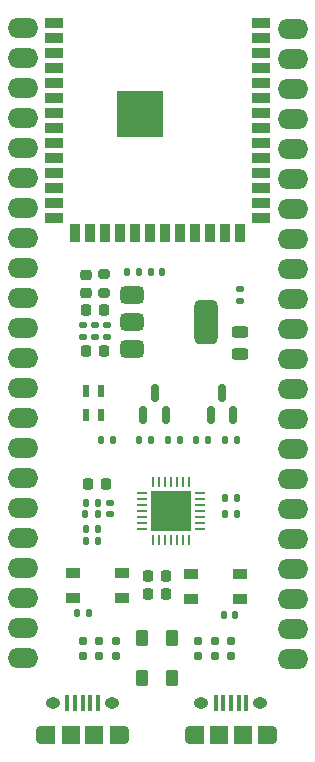
<source format=gbr>
%TF.GenerationSoftware,KiCad,Pcbnew,8.0.4*%
%TF.CreationDate,2024-10-28T15:11:12-07:00*%
%TF.ProjectId,ESP32-S3-DEVKITC-1,45535033-322d-4533-932d-4445564b4954,rev0*%
%TF.SameCoordinates,Original*%
%TF.FileFunction,Soldermask,Top*%
%TF.FilePolarity,Negative*%
%FSLAX46Y46*%
G04 Gerber Fmt 4.6, Leading zero omitted, Abs format (unit mm)*
G04 Created by KiCad (PCBNEW 8.0.4) date 2024-10-28 15:11:12*
%MOMM*%
%LPD*%
G01*
G04 APERTURE LIST*
G04 Aperture macros list*
%AMRoundRect*
0 Rectangle with rounded corners*
0 $1 Rounding radius*
0 $2 $3 $4 $5 $6 $7 $8 $9 X,Y pos of 4 corners*
0 Add a 4 corners polygon primitive as box body*
4,1,4,$2,$3,$4,$5,$6,$7,$8,$9,$2,$3,0*
0 Add four circle primitives for the rounded corners*
1,1,$1+$1,$2,$3*
1,1,$1+$1,$4,$5*
1,1,$1+$1,$6,$7*
1,1,$1+$1,$8,$9*
0 Add four rect primitives between the rounded corners*
20,1,$1+$1,$2,$3,$4,$5,0*
20,1,$1+$1,$4,$5,$6,$7,0*
20,1,$1+$1,$6,$7,$8,$9,0*
20,1,$1+$1,$8,$9,$2,$3,0*%
G04 Aperture macros list end*
%ADD10RoundRect,0.140000X-0.170000X0.140000X-0.170000X-0.140000X0.170000X-0.140000X0.170000X0.140000X0*%
%ADD11RoundRect,0.150000X0.150000X-0.587500X0.150000X0.587500X-0.150000X0.587500X-0.150000X-0.587500X0*%
%ADD12O,2.600000X1.700000*%
%ADD13RoundRect,0.102000X0.200000X-0.240000X0.200000X0.240000X-0.200000X0.240000X-0.200000X-0.240000X0*%
%ADD14RoundRect,0.062500X-0.062500X0.337500X-0.062500X-0.337500X0.062500X-0.337500X0.062500X0.337500X0*%
%ADD15RoundRect,0.062500X-0.337500X0.062500X-0.337500X-0.062500X0.337500X-0.062500X0.337500X0.062500X0*%
%ADD16R,3.350000X3.350000*%
%ADD17RoundRect,0.375000X-0.625000X-0.375000X0.625000X-0.375000X0.625000X0.375000X-0.625000X0.375000X0*%
%ADD18RoundRect,0.500000X-0.500000X-1.400000X0.500000X-1.400000X0.500000X1.400000X-0.500000X1.400000X0*%
%ADD19RoundRect,0.140000X0.170000X-0.140000X0.170000X0.140000X-0.170000X0.140000X-0.170000X-0.140000X0*%
%ADD20RoundRect,0.135000X-0.135000X-0.185000X0.135000X-0.185000X0.135000X0.185000X-0.135000X0.185000X0*%
%ADD21RoundRect,0.225000X-0.225000X-0.250000X0.225000X-0.250000X0.225000X0.250000X-0.225000X0.250000X0*%
%ADD22RoundRect,0.140000X-0.140000X-0.170000X0.140000X-0.170000X0.140000X0.170000X-0.140000X0.170000X0*%
%ADD23RoundRect,0.102000X0.525000X0.325000X-0.525000X0.325000X-0.525000X-0.325000X0.525000X-0.325000X0*%
%ADD24RoundRect,0.225000X-0.250000X0.225000X-0.250000X-0.225000X0.250000X-0.225000X0.250000X0.225000X0*%
%ADD25R,0.600000X1.000000*%
%ADD26RoundRect,0.102000X0.365000X-0.605000X0.365000X0.605000X-0.365000X0.605000X-0.365000X-0.605000X0*%
%ADD27R,0.400000X1.350000*%
%ADD28O,0.890000X1.550000*%
%ADD29R,1.200000X1.550000*%
%ADD30O,1.250000X0.950000*%
%ADD31R,1.500000X1.550000*%
%ADD32RoundRect,0.135000X0.135000X0.185000X-0.135000X0.185000X-0.135000X-0.185000X0.135000X-0.185000X0*%
%ADD33RoundRect,0.200000X-0.275000X0.200000X-0.275000X-0.200000X0.275000X-0.200000X0.275000X0.200000X0*%
%ADD34RoundRect,0.243750X0.456250X-0.243750X0.456250X0.243750X-0.456250X0.243750X-0.456250X-0.243750X0*%
%ADD35R,1.500000X0.900000*%
%ADD36R,0.900000X1.500000*%
%ADD37C,0.600000*%
%ADD38R,3.900000X3.900000*%
%ADD39RoundRect,0.135000X0.185000X-0.135000X0.185000X0.135000X-0.185000X0.135000X-0.185000X-0.135000X0*%
%ADD40RoundRect,0.102000X-0.525000X-0.325000X0.525000X-0.325000X0.525000X0.325000X-0.525000X0.325000X0*%
G04 APERTURE END LIST*
D10*
%TO.C,C8*%
X142200000Y-104640000D03*
X142200000Y-105600000D03*
%TD*%
D11*
%TO.C,Q2*%
X145300000Y-112225000D03*
X147200000Y-112225000D03*
X146250000Y-110350000D03*
%TD*%
D12*
%TO.C,J1*%
X135089318Y-79497752D03*
X135089318Y-82037752D03*
X135089318Y-84577752D03*
X135089318Y-87117752D03*
X135089318Y-89657752D03*
X135089318Y-92197752D03*
X135089318Y-94737752D03*
X135089318Y-97277752D03*
X135089318Y-99817752D03*
X135089318Y-102357752D03*
X135089318Y-104897752D03*
X135089318Y-107437752D03*
X135089318Y-109977752D03*
X135089318Y-112517752D03*
X135089318Y-115057752D03*
X135089318Y-117597752D03*
X135089318Y-120137752D03*
X135089318Y-122677752D03*
X135089318Y-125217752D03*
X135089318Y-127757752D03*
X135089318Y-130297752D03*
X135089318Y-132837752D03*
%TD*%
D13*
%TO.C,D4*%
X142950000Y-132670000D03*
X142950000Y-131350000D03*
%TD*%
D14*
%TO.C,U3*%
X149115353Y-117900000D03*
X148615353Y-117900000D03*
X148115353Y-117900000D03*
X147615353Y-117900000D03*
X147115353Y-117900000D03*
X146615353Y-117900000D03*
X146115353Y-117900000D03*
D15*
X145165353Y-118850000D03*
X145165353Y-119350000D03*
X145165353Y-119850000D03*
X145165353Y-120350000D03*
X145165353Y-120850000D03*
X145165353Y-121350000D03*
X145165353Y-121850000D03*
D14*
X146115353Y-122800000D03*
X146615353Y-122800000D03*
X147115353Y-122800000D03*
X147615353Y-122800000D03*
X148115353Y-122800000D03*
X148615353Y-122800000D03*
X149115353Y-122800000D03*
D15*
X150065353Y-121850000D03*
X150065353Y-121350000D03*
X150065353Y-120850000D03*
X150065353Y-120350000D03*
X150065353Y-119850000D03*
X150065353Y-119350000D03*
X150065353Y-118850000D03*
D16*
X147615353Y-120350000D03*
%TD*%
D17*
%TO.C,U2*%
X144300000Y-102050000D03*
X144300000Y-104350000D03*
D18*
X150600000Y-104350000D03*
D17*
X144300000Y-106650000D03*
%TD*%
D19*
%TO.C,C12*%
X142440615Y-120615490D03*
X142440615Y-119655490D03*
%TD*%
D20*
%TO.C,R12*%
X152180000Y-114350000D03*
X153200000Y-114350000D03*
%TD*%
D21*
%TO.C,C15*%
X145695000Y-125850000D03*
X147245000Y-125850000D03*
%TD*%
D12*
%TO.C,J3*%
X157930000Y-79510000D03*
X157930000Y-82050000D03*
X157930000Y-84590000D03*
X157930000Y-87130000D03*
X157930000Y-89670000D03*
X157930000Y-92210000D03*
X157930000Y-94750000D03*
X157930000Y-97290000D03*
X157930000Y-99830000D03*
X157930000Y-102370000D03*
X157930000Y-104910000D03*
X157930000Y-107450000D03*
X157930000Y-109990000D03*
X157930000Y-112530000D03*
X157930000Y-115070000D03*
X157930000Y-117610000D03*
X157930000Y-120150000D03*
X157930000Y-122690000D03*
X157930000Y-125230000D03*
X157930000Y-127770000D03*
X157930000Y-130310000D03*
X157930000Y-132850000D03*
%TD*%
D22*
%TO.C,C13*%
X139691932Y-129030993D03*
X140651932Y-129030993D03*
%TD*%
D23*
%TO.C,SW1*%
X143475000Y-127725000D03*
X139325000Y-127725000D03*
X143475000Y-125575000D03*
X139325000Y-125575000D03*
%TD*%
D24*
%TO.C,C1*%
X140450000Y-100350000D03*
X140450000Y-101900000D03*
%TD*%
D20*
%TO.C,R5*%
X143930000Y-100100000D03*
X144950000Y-100100000D03*
%TD*%
D25*
%TO.C,D6*%
X140400000Y-112223311D03*
X141700000Y-112223311D03*
X141700000Y-110223311D03*
X140400000Y-110223311D03*
%TD*%
D22*
%TO.C,C14*%
X152121812Y-129149624D03*
X153081812Y-129149624D03*
%TD*%
D21*
%TO.C,C3*%
X145695000Y-127350000D03*
X147245000Y-127350000D03*
%TD*%
D20*
%TO.C,R16*%
X140395786Y-121888701D03*
X141415786Y-121888701D03*
%TD*%
D26*
%TO.C,D7*%
X147700000Y-131100000D03*
X147700000Y-134460000D03*
%TD*%
%TO.C,D1*%
X145200000Y-131100000D03*
X145200000Y-134460000D03*
%TD*%
D20*
%TO.C,R13*%
X144930000Y-114350000D03*
X145950000Y-114350000D03*
%TD*%
D21*
%TO.C,C11*%
X140565353Y-118100000D03*
X142115353Y-118100000D03*
%TD*%
D13*
%TO.C,D9*%
X151325000Y-132670000D03*
X151325000Y-131350000D03*
%TD*%
D27*
%TO.C,J2*%
X138850000Y-136600000D03*
X139500000Y-136600000D03*
X140150000Y-136600000D03*
X140800000Y-136600000D03*
X141450000Y-136600000D03*
D28*
X136650000Y-139300000D03*
D29*
X137250000Y-139300000D03*
D30*
X137650000Y-136600000D03*
D31*
X139150000Y-139300000D03*
X141150000Y-139300000D03*
D30*
X142650000Y-136600000D03*
D29*
X143050000Y-139300000D03*
D28*
X143650000Y-139300000D03*
%TD*%
D13*
%TO.C,D8*%
X149950000Y-132670000D03*
X149950000Y-131350000D03*
%TD*%
D22*
%TO.C,C6*%
X145950000Y-100100000D03*
X146910000Y-100100000D03*
%TD*%
D11*
%TO.C,Q1*%
X151000000Y-112225000D03*
X152900000Y-112225000D03*
X151950000Y-110350000D03*
%TD*%
D20*
%TO.C,R18*%
X140393754Y-119651116D03*
X141413754Y-119651116D03*
%TD*%
%TO.C,R7*%
X152197275Y-119298884D03*
X153217275Y-119298884D03*
%TD*%
D32*
%TO.C,R14*%
X141415786Y-122888701D03*
X140395786Y-122888701D03*
%TD*%
D33*
%TO.C,R24*%
X141946456Y-100284979D03*
X141946456Y-101934979D03*
%TD*%
D27*
%TO.C,J4*%
X151400000Y-136600000D03*
X152050000Y-136600000D03*
X152700000Y-136600000D03*
X153350000Y-136600000D03*
X154000000Y-136600000D03*
D28*
X149200000Y-139300000D03*
D29*
X149800000Y-139300000D03*
D30*
X150200000Y-136600000D03*
D31*
X151700000Y-139300000D03*
X153700000Y-139300000D03*
D30*
X155200000Y-136600000D03*
D29*
X155600000Y-139300000D03*
D28*
X156200000Y-139300000D03*
%TD*%
D10*
%TO.C,C2*%
X140200000Y-104640000D03*
X140200000Y-105600000D03*
%TD*%
D34*
%TO.C,D5*%
X153450000Y-107100000D03*
X153450000Y-105225000D03*
%TD*%
D20*
%TO.C,R19*%
X140390637Y-120651116D03*
X141410637Y-120651116D03*
%TD*%
D13*
%TO.C,D3*%
X141575000Y-132670000D03*
X141575000Y-131350000D03*
%TD*%
%TO.C,D2*%
X140200000Y-132670000D03*
X140200000Y-131350000D03*
%TD*%
D21*
%TO.C,C7*%
X140435167Y-106846563D03*
X141985167Y-106846563D03*
%TD*%
%TO.C,C10*%
X140425000Y-103350000D03*
X141975000Y-103350000D03*
%TD*%
D20*
%TO.C,R8*%
X147346666Y-114350000D03*
X148366666Y-114350000D03*
%TD*%
%TO.C,R10*%
X149763332Y-114350000D03*
X150783332Y-114350000D03*
%TD*%
D32*
%TO.C,R17*%
X142700000Y-114350000D03*
X141680000Y-114350000D03*
%TD*%
D35*
%TO.C,U4*%
X137766938Y-79040000D03*
X137766938Y-80310000D03*
X137766938Y-81580000D03*
X137766938Y-82850000D03*
X137766938Y-84120000D03*
X137766938Y-85390000D03*
X137766938Y-86660000D03*
X137766938Y-87930000D03*
X137766938Y-89200000D03*
X137766938Y-90470000D03*
X137766938Y-91740000D03*
X137766938Y-93010000D03*
X137766938Y-94280000D03*
X137766938Y-95550000D03*
D36*
X139531938Y-96800000D03*
X140801938Y-96800000D03*
X142071938Y-96800000D03*
X143341938Y-96800000D03*
X144611938Y-96800000D03*
X145881938Y-96800000D03*
X147151938Y-96800000D03*
X148421938Y-96800000D03*
X149691938Y-96800000D03*
X150961938Y-96800000D03*
X152231938Y-96800000D03*
X153501938Y-96800000D03*
D35*
X155266938Y-95550000D03*
X155266938Y-94280000D03*
X155266938Y-93010000D03*
X155266938Y-91740000D03*
X155266938Y-90470000D03*
X155266938Y-89200000D03*
X155266938Y-87930000D03*
X155266938Y-86660000D03*
X155266938Y-85390000D03*
X155266938Y-84120000D03*
X155266938Y-82850000D03*
X155266938Y-81580000D03*
X155266938Y-80310000D03*
X155266938Y-79040000D03*
D37*
X143616938Y-86060000D03*
X143616938Y-87460000D03*
X144316938Y-85360000D03*
X144316938Y-86760000D03*
X144316938Y-88160000D03*
X145016938Y-86060000D03*
D38*
X145016938Y-86760000D03*
D37*
X145016938Y-87460000D03*
X145716938Y-85360000D03*
X145716938Y-86760000D03*
X145716938Y-88160000D03*
X146416938Y-86060000D03*
X146416938Y-87460000D03*
%TD*%
D39*
%TO.C,R11*%
X153450000Y-102600000D03*
X153450000Y-101580000D03*
%TD*%
D40*
%TO.C,SW2*%
X149325000Y-125700000D03*
X153475000Y-125700000D03*
X149325000Y-127850000D03*
X153475000Y-127850000D03*
%TD*%
D20*
%TO.C,R9*%
X152197275Y-120600000D03*
X153217275Y-120600000D03*
%TD*%
D10*
%TO.C,C9*%
X141200000Y-104640000D03*
X141200000Y-105600000D03*
%TD*%
D13*
%TO.C,D10*%
X152700000Y-132670000D03*
X152700000Y-131350000D03*
%TD*%
M02*

</source>
